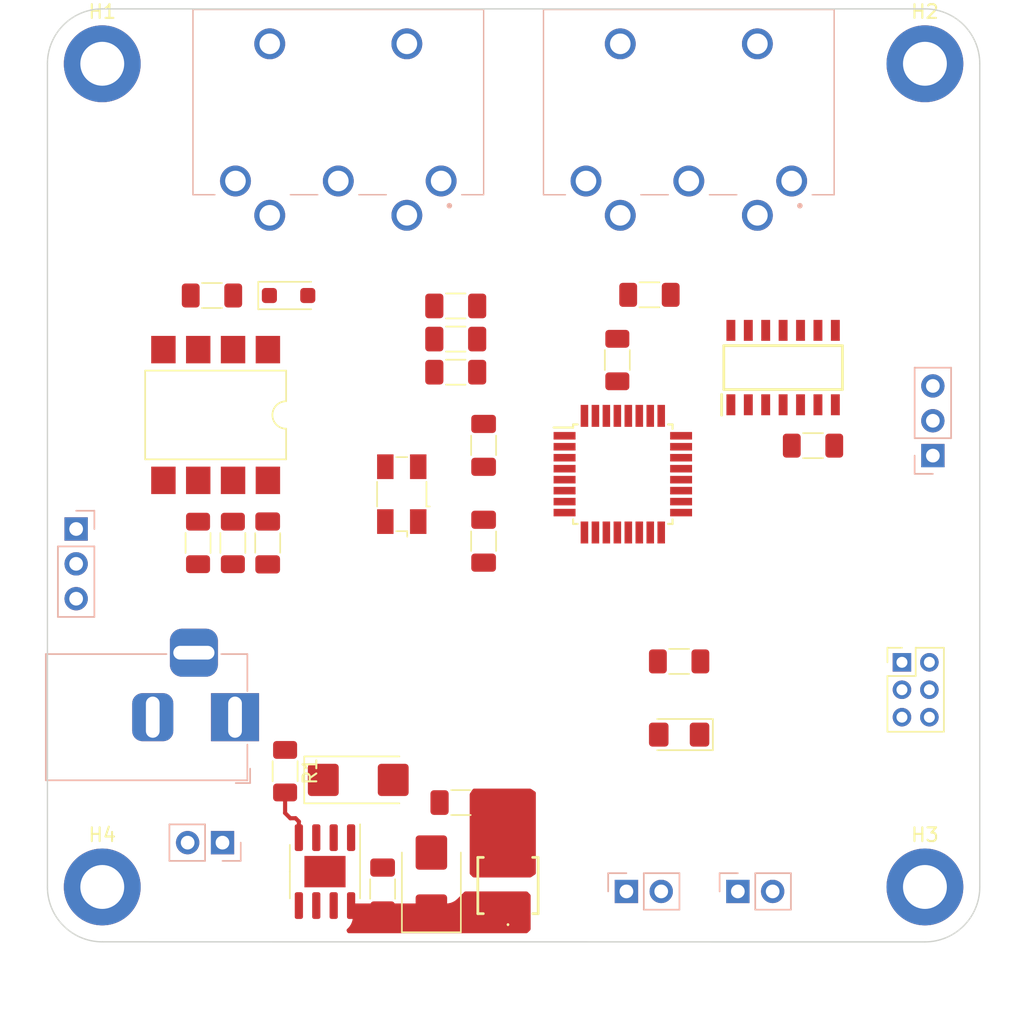
<source format=kicad_pcb>
(kicad_pcb (version 20221018) (generator pcbnew)
  (layers (0 "F.Cu" signal) (31 "B.Cu" signal) (34 "B.Paste" user) (35 "F.Paste" user) (36 "B.SilkS" user "B.Silkscreen") (37 "F.SilkS" user "F.Silkscreen") (38 "B.Mask" user) (39 "F.Mask" user) (44 "Edge.Cuts" user))
  (net 0 "")
  (net 1 "+12V")
  (net 2 "GND")
  (net 3 "/BST")
  (net 4 "/SW")
  (net 5 "+5V")
  (net 6 "/CLOCK OUT")
  (net 7 "/CLOCK IN")
  (net 8 "Net-(D2-K)")
  (net 9 "/Anode")
  (net 10 "/Cathode")
  (net 11 "MIDI IN")
  (net 12 "Net-(IC1-1Y)")
  (net 13 "/MIDI THRU")
  (net 22 "Net-(J2-Pin_1)")
  (net 26 "Net-(J3-Pad4)")
  (net 29 "Net-(J4-Pad4)")
  (net 30 "Net-(J4-Pad5)")
  (net 31 "/SW1 In")
  (net 32 "/SW2 In")
  (net 33 "/Pot In")
  (net 34 "RESET")
  (net 35 "MISO")
  (net 36 "MOSI")
  (net 37 "SCK")
  (net 38 "LED DATA")
  (net 39 "/PGOOD")
  (net 40 "Net-(U2-VO1)")
  (footprint "Package_QFP:TQFP-32_7x7mm_P0.8mm" (layer "F.Cu") (at 153.41 84.904)
    (fp_text reference "U3")
    (fp_text value "ATmega328P-A")
    (fp_line (start -3.625 -3.625) (end -3.625 -3.4) (stroke (width 0.15)) (layer "F.SilkS"))
    (fp_line (start -3.625 -3.625) (end -3.3 -3.625) (stroke (width 0.15)) (layer "F.SilkS"))
    (fp_line (start -3.625 -3.4) (end -5.05 -3.4) (stroke (width 0.15)) (layer "F.SilkS"))
    (fp_line (start -3.625 3.625) (end -3.625 3.3) (stroke (width 0.15)) (layer "F.SilkS"))
    (fp_line (start -3.625 3.625) (end -3.3 3.625) (stroke (width 0.15)) (layer "F.SilkS"))
    (fp_line (start 3.625 -3.625) (end 3.3 -3.625) (stroke (width 0.15)) (layer "F.SilkS"))
    (fp_line (start 3.625 -3.625) (end 3.625 -3.3) (stroke (width 0.15)) (layer "F.SilkS"))
    (fp_line (start 3.625 3.625) (end 3.3 3.625) (stroke (width 0.15)) (layer "F.SilkS"))
    (fp_line (start 3.625 3.625) (end 3.625 3.3) (stroke (width 0.15)) (layer "F.SilkS"))
    (pad "1" smd rect (at -4.25 -2.8) (size 1.6 0.55) (layers "F.Cu" "F.Paste" "F.Mask"))
    (pad "2" smd rect (at -4.25 -2) (size 1.6 0.55) (layers "F.Cu" "F.Paste" "F.Mask"))
    (pad "3" smd rect (at -4.25 -1.2) (size 1.6 0.55) (layers "F.Cu" "F.Paste" "F.Mask") (net 2 "GND"))
    (pad "4" smd rect (at -4.25 -0.4) (size 1.6 0.55) (layers "F.Cu" "F.Paste" "F.Mask") (net 5 "+5V"))
    (pad "5" smd rect (at -4.25 0.4) (size 1.6 0.55) (layers "F.Cu" "F.Paste" "F.Mask") (net 2 "GND"))
    (pad "6" smd rect (at -4.25 1.2) (size 1.6 0.55) (layers "F.Cu" "F.Paste" "F.Mask") (net 5 "+5V"))
    (pad "7" smd rect (at -4.25 2) (size 1.6 0.55) (layers "F.Cu" "F.Paste" "F.Mask") (net 7 "/CLOCK IN"))
    (pad "8" smd rect (at -4.25 2.8) (size 1.6 0.55) (layers "F.Cu" "F.Paste" "F.Mask") (net 6 "/CLOCK OUT"))
    (pad "9" smd rect (at -2.8 4.25 90) (size 1.6 0.55) (layers "F.Cu" "F.Paste" "F.Mask") (net 33 "/Pot In"))
    (pad "10" smd rect (at -2 4.25 90) (size 1.6 0.55) (layers "F.Cu" "F.Paste" "F.Mask") (net 31 "/SW1 In"))
    (pad "11" smd rect (at -1.2 4.25 90) (size 1.6 0.55) (layers "F.Cu" "F.Paste" "F.Mask") (net 32 "/SW2 In"))
    (pad "12" smd rect (at -0.4 4.25 90) (size 1.6 0.55) (layers "F.Cu" "F.Paste" "F.Mask") (net 11 "MIDI IN"))
    (pad "13" smd rect (at 0.4 4.25 90) (size 1.6 0.55) (layers "F.Cu" "F.Paste" "F.Mask") (net 38 "LED DATA"))
    (pad "14" smd rect (at 1.2 4.25 90) (size 1.6 0.55) (layers "F.Cu" "F.Paste" "F.Mask"))
    (pad "15" smd rect (at 2 4.25 90) (size 1.6 0.55) (layers "F.Cu" "F.Paste" "F.Mask") (net 36 "MOSI"))
    (pad "16" smd rect (at 2.8 4.25 90) (size 1.6 0.55) (layers "F.Cu" "F.Paste" "F.Mask") (net 35 "MISO"))
    (pad "17" smd rect (at 4.25 2.8) (size 1.6 0.55) (layers "F.Cu" "F.Paste" "F.Mask") (net 37 "SCK"))
    (pad "18" smd rect (at 4.25 2) (size 1.6 0.55) (layers "F.Cu" "F.Paste" "F.Mask") (net 5 "+5V"))
    (pad "19" smd rect (at 4.25 1.2) (size 1.6 0.55) (layers "F.Cu" "F.Paste" "F.Mask"))
    (pad "20" smd rect (at 4.25 0.4) (size 1.6 0.55) (layers "F.Cu" "F.Paste" "F.Mask"))
    (pad "21" smd rect (at 4.25 -0.4) (size 1.6 0.55) (layers "F.Cu" "F.Paste" "F.Mask") (net 2 "GND"))
    (pad "22" smd rect (at 4.25 -1.2) (size 1.6 0.55) (layers "F.Cu" "F.Paste" "F.Mask"))
    (pad "23" smd rect (at 4.25 -2) (size 1.6 0.55) (layers "F.Cu" "F.Paste" "F.Mask"))
    (pad "24" smd rect (at 4.25 -2.8) (size 1.6 0.55) (layers "F.Cu" "F.Paste" "F.Mask"))
    (pad "25" smd rect (at 2.8 -4.25 90) (size 1.6 0.55) (layers "F.Cu" "F.Paste" "F.Mask"))
    (pad "26" smd rect (at 2 -4.25 90) (size 1.6 0.55) (layers "F.Cu" "F.Paste" "F.Mask"))
    (pad "27" smd rect (at 1.2 -4.25 90) (size 1.6 0.55) (layers "F.Cu" "F.Paste" "F.Mask"))
    (pad "28" smd rect (at 0.4 -4.25 90) (size 1.6 0.55) (layers "F.Cu" "F.Paste" "F.Mask"))
    (pad "29" smd rect (at -0.4 -4.25 90) (size 1.6 0.55) (layers "F.Cu" "F.Paste" "F.Mask") (net 34 "RESET"))
    (pad "30" smd rect (at -1.2 -4.25 90) (size 1.6 0.55) (layers "F.Cu" "F.Paste" "F.Mask"))
    (pad "31" smd rect (at -2 -4.25 90) (size 1.6 0.55) (layers "F.Cu" "F.Paste" "F.Mask"))
    (pad "32" smd rect (at -2.8 -4.25 90) (size 1.6 0.55) (layers "F.Cu" "F.Paste" "F.Mask"))
  )
  (footprint "MountingHole:MountingHole_3.2mm_M3_DIN965_Pad_TopBottom" (layer "F.Cu") (at 175.443 54.991)
    (fp_text reference "H2" (at 0 -3.8) (layer "F.SilkS"))
    (fp_text value "MP2")
    (pad "1" thru_hole circle locked (at 0 0) (size 3.6 3.6) (drill 3.2) (layers "*.Cu" "*.Mask") (net 2 "GND"))
    (pad "1" connect circle locked (at 0 0) (size 5.6 5.6) (layers "F.Cu" "F.Mask") (net 2 "GND"))
    (pad "1" connect circle locked (at 0 0) (size 5.6 5.6) (layers "B.Cu" "B.Mask") (net 2 "GND"))
  )
  (footprint "Capacitor_SMD:C_1206_3216Metric_Pad1.33x1.80mm_HandSolder" (layer "F.Cu") (at 143.256 82.804 -90)
    (fp_text reference "C9")
    (fp_text value "22pF")
    (fp_line (start -0.711252 -0.91) (end 0.711252 -0.91) (stroke (width 0.12)) (layer "F.SilkS"))
    (fp_line (start -0.711252 0.91) (end 0.711252 0.91) (stroke (width 0.12)) (layer "F.SilkS"))
    (pad "1" smd roundrect (at -1.5625 0 270) (size 1.325 1.8) (layers "F.Cu" "F.Paste" "F.Mask") (roundrect_rratio 0.188679) (net 2 "GND"))
    (pad "2" smd roundrect (at 1.5625 0 270) (size 1.325 1.8) (layers "F.Cu" "F.Paste" "F.Mask") (roundrect_rratio 0.188679) (net 7 "/CLOCK IN"))
  )
  (footprint "Bourns-SRP0415:SRP04154R7K" (layer "F.Cu") (at 145.034 114.886 90)
    (fp_text reference "L1")
    (fp_text value "4.7uH" hide)
    (fp_line (start -2.9 0) (end -2.9 0) (stroke (width 0.1)) (layer "F.SilkS"))
    (fp_line (start -2.8 0) (end -2.8 0) (stroke (width 0.1)) (layer "F.SilkS"))
    (fp_line (start -2.05 -2.2) (end 2.05 -2.2) (stroke (width 0.2)) (layer "F.SilkS"))
    (fp_line (start -2.05 -1.8) (end -2.05 -2.2) (stroke (width 0.2)) (layer "F.SilkS"))
    (fp_line (start -2.05 1.8) (end -2.05 2.2) (stroke (width 0.2)) (layer "F.SilkS"))
    (fp_line (start -2.05 2.2) (end 2.05 2.2) (stroke (width 0.2)) (layer "F.SilkS"))
    (fp_line (start 2.05 -2.2) (end 2.05 -1.8) (stroke (width 0.2)) (layer "F.SilkS"))
    (fp_line (start 2.05 2.2) (end 2.05 1.8) (stroke (width 0.2)) (layer "F.SilkS"))
    (fp_arc (start -2.9 0) (mid -2.85 -0.05) (end -2.8 0) (stroke (width 0.1)) (layer "F.SilkS"))
    (fp_arc (start -2.8 0) (mid -2.85 0.05) (end -2.9 0) (stroke (width 0.1)) (layer "F.SilkS"))
    (pad "1" smd rect (at -1.7 0 90) (size 1.4 2.85) (layers "F.Cu" "F.Paste" "F.Mask") (net 4 "/SW"))
    (pad "2" smd rect (at 1.7 0 90) (size 1.4 2.85) (layers "F.Cu" "F.Paste" "F.Mask") (net 5 "+5V"))
  )
  (footprint "LED_SMD:LED_1206_3216Metric_Pad1.42x1.75mm_HandSolder" (layer "F.Cu") (at 157.5165 103.886 180)
    (fp_text reference "D2")
    (fp_text value "PWR_LED")
    (fp_line (start -2.46 -1.135) (end -2.46 1.135) (stroke (width 0.12)) (layer "F.SilkS"))
    (fp_line (start -2.46 1.135) (end 1.6 1.135) (stroke (width 0.12)) (layer "F.SilkS"))
    (fp_line (start 1.6 -1.135) (end -2.46 -1.135) (stroke (width 0.12)) (layer "F.SilkS"))
    (pad "1" smd roundrect (at -1.4875 0 180) (size 1.425 1.75) (layers "F.Cu" "F.Paste" "F.Mask") (roundrect_rratio 0.175439) (net 8 "Net-(D2-K)"))
    (pad "2" smd roundrect (at 1.4875 0 180) (size 1.425 1.75) (layers "F.Cu" "F.Paste" "F.Mask") (roundrect_rratio 0.175439) (net 5 "+5V"))
  )
  (footprint "MountingHole:MountingHole_3.2mm_M3_DIN965_Pad_TopBottom" (layer "F.Cu") (at 115.443 54.991)
    (fp_text reference "H1" (at 0 -3.8) (layer "F.SilkS"))
    (fp_text value "MP1")
    (pad "1" thru_hole circle locked (at 0 0) (size 3.6 3.6) (drill 3.2) (layers "*.Cu" "*.Mask") (net 2 "GND"))
    (pad "1" connect circle locked (at 0 0) (size 5.6 5.6) (layers "F.Cu" "F.Mask") (net 2 "GND"))
    (pad "1" connect circle locked (at 0 0) (size 5.6 5.6) (layers "B.Cu" "B.Mask") (net 2 "GND"))
  )
  (footprint "Capacitor_SMD:C_1206_3216Metric_Pad1.33x1.80mm_HandSolder" (layer "F.Cu") (at 127.508 89.916 90)
    (fp_text reference "C4")
    (fp_text value "0.1uF")
    (fp_line (start -0.711252 -0.91) (end 0.711252 -0.91) (stroke (width 0.12)) (layer "F.SilkS"))
    (fp_line (start -0.711252 0.91) (end 0.711252 0.91) (stroke (width 0.12)) (layer "F.SilkS"))
    (pad "1" smd roundrect (at -1.5625 0 90) (size 1.325 1.8) (layers "F.Cu" "F.Paste" "F.Mask") (roundrect_rratio 0.188679) (net 2 "GND"))
    (pad "2" smd roundrect (at 1.5625 0 90) (size 1.325 1.8) (layers "F.Cu" "F.Paste" "F.Mask") (roundrect_rratio 0.188679) (net 5 "+5V"))
  )
  (footprint "Capacitor_SMD:C_1206_3216Metric_Pad1.33x1.80mm_HandSolder" (layer "F.Cu") (at 141.605 108.839 180)
    (fp_text reference "C3")
    (fp_text value "47uF 6.3V")
    (fp_line (start -0.711252 -0.91) (end 0.711252 -0.91) (stroke (width 0.12)) (layer "F.SilkS"))
    (fp_line (start -0.711252 0.91) (end 0.711252 0.91) (stroke (width 0.12)) (layer "F.SilkS"))
    (pad "1" smd roundrect (at -1.5625 0 180) (size 1.325 1.8) (layers "F.Cu" "F.Paste" "F.Mask") (roundrect_rratio 0.188679) (net 5 "+5V"))
    (pad "2" smd roundrect (at 1.5625 0 180) (size 1.325 1.8) (layers "F.Cu" "F.Paste" "F.Mask") (roundrect_rratio 0.188679) (net 2 "GND"))
  )
  (footprint "Capacitor_SMD:C_1206_3216Metric_Pad1.33x1.80mm_HandSolder" (layer "F.Cu") (at 141.224 77.47 180)
    (fp_text reference "C5")
    (fp_text value "10uF")
    (fp_line (start -0.711252 -0.91) (end 0.711252 -0.91) (stroke (width 0.12)) (layer "F.SilkS"))
    (fp_line (start -0.711252 0.91) (end 0.711252 0.91) (stroke (width 0.12)) (layer "F.SilkS"))
    (pad "1" smd roundrect (at -1.5625 0 180) (size 1.325 1.8) (layers "F.Cu" "F.Paste" "F.Mask") (roundrect_rratio 0.188679) (net 5 "+5V"))
    (pad "2" smd roundrect (at 1.5625 0 180) (size 1.325 1.8) (layers "F.Cu" "F.Paste" "F.Mask") (roundrect_rratio 0.188679) (net 2 "GND"))
  )
  (footprint "Resistor_SMD:R_1206_3216Metric_Pad1.30x1.75mm_HandSolder" (layer "F.Cu") (at 153.009043 76.586146 -90)
    (fp_text reference "R8")
    (fp_text value "10K")
    (fp_line (start -0.727064 -0.91) (end 0.727064 -0.91) (stroke (width 0.12)) (layer "F.SilkS"))
    (fp_line (start -0.727064 0.91) (end 0.727064 0.91) (stroke (width 0.12)) (layer "F.SilkS"))
    (pad "1" smd roundrect (at -1.55 0 270) (size 1.3 1.75) (layers "F.Cu" "F.Paste" "F.Mask") (roundrect_rratio 0.192308) (net 5 "+5V"))
    (pad "2" smd roundrect (at 1.55 0 270) (size 1.3 1.75) (layers "F.Cu" "F.Paste" "F.Mask") (roundrect_rratio 0.192308) (net 34 "RESET"))
  )
  (footprint "Resistor_SMD:R_1206_3216Metric_Pad1.30x1.75mm_HandSolder" (layer "F.Cu") (at 157.5165 98.552 180)
    (fp_text reference "R2")
    (fp_text value "100R")
    (fp_line (start -0.727064 -0.91) (end 0.727064 -0.91) (stroke (width 0.12)) (layer "F.SilkS"))
    (fp_line (start -0.727064 0.91) (end 0.727064 0.91) (stroke (width 0.12)) (layer "F.SilkS"))
    (pad "1" smd roundrect (at -1.55 0 180) (size 1.3 1.75) (layers "F.Cu" "F.Paste" "F.Mask") (roundrect_rratio 0.192308) (net 8 "Net-(D2-K)"))
    (pad "2" smd roundrect (at 1.55 0 180) (size 1.3 1.75) (layers "F.Cu" "F.Paste" "F.Mask") (roundrect_rratio 0.192308) (net 2 "GND"))
  )
  (footprint "Resistor_SMD:R_1206_3216Metric_Pad1.30x1.75mm_HandSolder" (layer "F.Cu") (at 167.281315 82.824642)
    (fp_text reference "R7")
    (fp_text value "220R")
    (fp_line (start -0.727064 -0.91) (end 0.727064 -0.91) (stroke (width 0.12)) (layer "F.SilkS"))
    (fp_line (start -0.727064 0.91) (end 0.727064 0.91) (stroke (width 0.12)) (layer "F.SilkS"))
    (pad "1" smd roundrect (at -1.55 0) (size 1.3 1.75) (layers "F.Cu" "F.Paste" "F.Mask") (roundrect_rratio 0.192308) (net 13 "/MIDI THRU"))
    (pad "2" smd roundrect (at 1.55 0) (size 1.3 1.75) (layers "F.Cu" "F.Paste" "F.Mask") (roundrect_rratio 0.192308) (net 30 "Net-(J4-Pad5)"))
  )
  (footprint "Resistor_SMD:R_1206_3216Metric_Pad1.30x1.75mm_HandSolder" (layer "F.Cu") (at 123.444 71.882 180)
    (fp_text reference "R3")
    (fp_text value "220R")
    (fp_line (start -0.727064 -0.91) (end 0.727064 -0.91) (stroke (width 0.12)) (layer "F.SilkS"))
    (fp_line (start -0.727064 0.91) (end 0.727064 0.91) (stroke (width 0.12)) (layer "F.SilkS"))
    (pad "1" smd roundrect (at -1.55 0 180) (size 1.3 1.75) (layers "F.Cu" "F.Paste" "F.Mask") (roundrect_rratio 0.192308) (net 9 "/Anode"))
    (pad "2" smd roundrect (at 1.55 0 180) (size 1.3 1.75) (layers "F.Cu" "F.Paste" "F.Mask") (roundrect_rratio 0.192308) (net 26 "Net-(J3-Pad4)"))
  )
  (footprint "Crystal:Crystal_SMD_Abracon_ABM3B-4Pin_5.0x3.2mm" (layer "F.Cu") (at 137.287 86.36 90)
    (fp_text reference "Y1")
    (fp_text value "16Mhz")
    (fp_line (start -3.1 0.4) (end -2.7 0.4) (stroke (width 0.12)) (layer "F.SilkS"))
    (fp_line (start -2.7 0.4) (end -2.7 -0.4) (stroke (width 0.12)) (layer "F.SilkS"))
    (fp_line (start -0.9 -1.8) (end 0.9 -1.8) (stroke (width 0.12)) (layer "F.SilkS"))
    (fp_line (start -0.9 1.8) (end -0.9 2.04) (stroke (width 0.12)) (layer "F.SilkS"))
    (fp_line (start 0.9 1.8) (end -0.9 1.8) (stroke (width 0.12)) (layer "F.SilkS"))
    (fp_line (start 2.7 -0.4) (end 2.7 0.4) (stroke (width 0.12)) (layer "F.SilkS"))
    (pad "1" smd rect (at -2 1.2 90) (size 1.8 1.2) (layers "F.Cu" "F.Paste" "F.Mask") (net 6 "/CLOCK OUT"))
    (pad "2" smd rect (at 2 1.2 90) (size 1.8 1.2) (layers "F.Cu" "F.Paste" "F.Mask") (net 2 "GND"))
    (pad "3" smd rect (at 2 -1.2 90) (size 1.8 1.2) (layers "F.Cu" "F.Paste" "F.Mask") (net 7 "/CLOCK IN"))
    (pad "4" smd rect (at -2 -1.2 90) (size 1.8 1.2) (layers "F.Cu" "F.Paste" "F.Mask") (net 2 "GND"))
  )
  (footprint "Resistor_SMD:R_1206_3216Metric_Pad1.30x1.75mm_HandSolder" (layer "F.Cu") (at 128.778 106.553 -90)
    (fp_text reference "R1" (at 0 -1.82 90) (layer "F.SilkS"))
    (fp_text value "100k")
    (fp_line (start -0.727064 -0.91) (end 0.727064 -0.91) (stroke (width 0.12)) (layer "F.SilkS"))
    (fp_line (start -0.727064 0.91) (end 0.727064 0.91) (stroke (width 0.12)) (layer "F.SilkS"))
    (pad "1" smd roundrect (at -1.55 0 270) (size 1.3 1.75) (layers "F.Cu" "F.Paste" "F.Mask") (roundrect_rratio 0.192308) (net 1 "+12V"))
    (pad "2" smd roundrect (at 1.55 0 270) (size 1.3 1.75) (layers "F.Cu" "F.Paste" "F.Mask") (roundrect_rratio 0.192308) (net 39 "/PGOOD"))
  )
  (footprint "Logic gates:SOIC127P600X175-14N" (layer "F.Cu") (at 165.1 77.134 90)
    (fp_text reference "IC1")
    (fp_text value "SN74HCT04DR" hide)
    (fp_line (start -3.475 -4.485) (end -1.95 -4.485) (stroke (width 0.2)) (layer "F.SilkS"))
    (fp_line (start -1.6 -4.325) (end 1.6 -4.325) (stroke (width 0.2)) (layer "F.SilkS"))
    (fp_line (start -1.6 4.325) (end -1.6 -4.325) (stroke (width 0.2)) (layer "F.SilkS"))
    (fp_line (start 1.6 -4.325) (end 1.6 4.325) (stroke (width 0.2)) (layer "F.SilkS"))
    (fp_line (start 1.6 4.325) (end -1.6 4.325) (stroke (width 0.2)) (layer "F.SilkS"))
    (pad "1" smd rect (at -2.712 -3.81 180) (size 0.65 1.525) (layers "F.Cu" "F.Paste" "F.Mask") (net 11 "MIDI IN"))
    (pad "2" smd rect (at -2.712 -2.54 180) (size 0.65 1.525) (layers "F.Cu" "F.Paste" "F.Mask") (net 12 "Net-(IC1-1Y)"))
    (pad "3" smd rect (at -2.712 -1.27 180) (size 0.65 1.525) (layers "F.Cu" "F.Paste" "F.Mask") (net 12 "Net-(IC1-1Y)"))
    (pad "4" smd rect (at -2.712 0 180) (size 0.65 1.525) (layers "F.Cu" "F.Paste" "F.Mask") (net 13 "/MIDI THRU"))
    (pad "5" smd rect (at -2.712 1.27 180) (size 0.65 1.525) (layers "F.Cu" "F.Paste" "F.Mask"))
    (pad "6" smd rect (at -2.712 2.54 180) (size 0.65 1.525) (layers "F.Cu" "F.Paste" "F.Mask"))
    (pad "7" smd rect (at -2.712 3.81 180) (size 0.65 1.525) (layers "F.Cu" "F.Paste" "F.Mask") (net 2 "GND"))
    (pad "8" smd rect (at 2.712 3.81 180) (size 0.65 1.525) (layers "F.Cu" "F.Paste" "F.Mask"))
    (pad "9" smd rect (at 2.712 2.54 180) (size 0.65 1.525) (layers "F.Cu" "F.Paste" "F.Mask"))
    (pad "10" smd rect (at 2.712 1.27 180) (size 0.65 1.525) (layers "F.Cu" "F.Paste" "F.Mask"))
    (pad "11" smd rect (at 2.712 0 180) (size 0.65 1.525) (layers "F.Cu" "F.Paste" "F.Mask"))
    (pad "12" smd rect (at 2.712 -1.27 180) (size 0.65 1.525) (layers "F.Cu" "F.Paste" "F.Mask"))
    (pad "13" smd rect (at 2.712 -2.54 180) (size 0.65 1.525) (layers "F.Cu" "F.Paste" "F.Mask"))
    (pad "14" smd rect (at 2.712 -3.81 180) (size 0.65 1.525) (layers "F.Cu" "F.Paste" "F.Mask") (net 5 "+5V"))
  )
  (footprint "Connector_PinHeader_2.00mm:PinHeader_2x03_P2.00mm_Vertical" (layer "F.Cu") (at 173.768 98.616)
    (fp_text reference "J8")
    (fp_text value "ISP")
    (fp_line (start -1.06 -1.06) (end 0 -1.06) (stroke (width 0.12)) (layer "F.SilkS"))
    (fp_line (start -1.06 0) (end -1.06 -1.06) (stroke (width 0.12)) (layer "F.SilkS"))
    (fp_line (start -1.06 1) (end -1.06 5.06) (stroke (width 0.12)) (layer "F.SilkS"))
    (fp_line (start -1.06 1) (end 1 1) (stroke (width 0.12)) (layer "F.SilkS"))
    (fp_line (start -1.06 5.06) (end 3.06 5.06) (stroke (width 0.12)) (layer "F.SilkS"))
    (fp_line (start 1 -1.06) (end 3.06 -1.06) (stroke (width 0.12)) (layer "F.SilkS"))
    (fp_line (start 1 1) (end 1 -1.06) (stroke (width 0.12)) (layer "F.SilkS"))
    (fp_line (start 3.06 -1.06) (end 3.06 5.06) (stroke (width 0.12)) (layer "F.SilkS"))
    (pad "1" thru_hole rect (at 0 0) (size 1.35 1.35) (drill 0.8) (layers "*.Cu" "*.Mask") (net 5 "+5V"))
    (pad "2" thru_hole oval (at 2 0) (size 1.35 1.35) (drill 0.8) (layers "*.Cu" "*.Mask") (net 2 "GND"))
    (pad "3" thru_hole oval (at 0 2) (size 1.35 1.35) (drill 0.8) (layers "*.Cu" "*.Mask") (net 34 "RESET"))
    (pad "4" thru_hole oval (at 2 2) (size 1.35 1.35) (drill 0.8) (layers "*.Cu" "*.Mask") (net 35 "MISO"))
    (pad "5" thru_hole oval (at 0 4) (size 1.35 1.35) (drill 0.8) (layers "*.Cu" "*.Mask") (net 36 "MOSI"))
    (pad "6" thru_hole oval (at 2 4) (size 1.35 1.35) (drill 0.8) (layers "*.Cu" "*.Mask") (net 37 "SCK"))
  )
  (footprint "Capacitor_Tantalum_SMD:CP_EIA-6032-28_Kemet-C_Pad2.25x2.35mm_HandSolder" (layer "F.Cu") (at 134.112 107.188)
    (fp_text reference "C1")
    (fp_text value "10uF 25V")
    (fp_line (start -3.935 -1.71) (end -3.935 1.71) (stroke (width 0.12)) (layer "F.SilkS"))
    (fp_line (start -3.935 1.71) (end 3 1.71) (stroke (width 0.12)) (layer "F.SilkS"))
    (fp_line (start 3 -1.71) (end -3.935 -1.71) (stroke (width 0.12)) (layer "F.SilkS"))
    (pad "1" smd roundrect (at -2.55 0) (size 2.25 2.35) (layers "F.Cu" "F.Paste" "F.Mask") (roundrect_rratio 0.111111) (net 1 "+12V"))
    (pad "2" smd roundrect (at 2.55 0) (size 2.25 2.35) (layers "F.Cu" "F.Paste" "F.Mask") (roundrect_rratio 0.111111) (net 2 "GND"))
  )
  (footprint "MountingHole:MountingHole_3.2mm_M3_DIN965_Pad_TopBottom" (layer "F.Cu") (at 175.443 114.991)
    (fp_text reference "H3" (at 0 -3.8) (layer "F.SilkS"))
    (fp_text value "MP3")
    (pad "1" thru_hole circle locked (at 0 0) (size 3.6 3.6) (drill 3.2) (layers "*.Cu" "*.Mask") (net 2 "GND"))
    (pad "1" connect circle locked (at 0 0) (size 5.6 5.6) (layers "F.Cu" "F.Mask") (net 2 "GND"))
    (pad "1" connect circle locked (at 0 0) (size 5.6 5.6) (layers "B.Cu" "B.Mask") (net 2 "GND"))
  )
  (footprint "Resistor_SMD:R_1206_3216Metric_Pad1.30x1.75mm_HandSolder" (layer "F.Cu") (at 155.35 71.8312 180)
    (fp_text reference "R6")
    (fp_text value "220R")
    (fp_line (start -0.727064 -0.91) (end 0.727064 -0.91) (stroke (width 0.12)) (layer "F.SilkS"))
    (fp_line (start -0.727064 0.91) (end 0.727064 0.91) (stroke (width 0.12)) (layer "F.SilkS"))
    (pad "1" smd roundrect (at -1.55 0 180) (size 1.3 1.75) (layers "F.Cu" "F.Paste" "F.Mask") (roundrect_rratio 0.192308) (net 5 "+5V"))
    (pad "2" smd roundrect (at 1.55 0 180) (size 1.3 1.75) (layers "F.Cu" "F.Paste" "F.Mask") (roundrect_rratio 0.192308) (net 29 "Net-(J4-Pad4)"))
  )
  (footprint "Capacitor_SMD:C_1206_3216Metric_Pad1.33x1.80mm_HandSolder" (layer "F.Cu") (at 135.89 115.14 -90)
    (fp_text reference "C2")
    (fp_text value "0.1uF")
    (fp_line (start -0.711252 -0.91) (end 0.711252 -0.91) (stroke (width 0.12)) (layer "F.SilkS"))
    (fp_line (start -0.711252 0.91) (end 0.711252 0.91) (stroke (width 0.12)) (layer "F.SilkS"))
    (pad "1" smd roundrect (at -1.5625 0 270) (size 1.325 1.8) (layers "F.Cu" "F.Paste" "F.Mask") (roundrect_rratio 0.188679) (net 3 "/BST"))
    (pad "2" smd roundrect (at 1.5625 0 270) (size 1.325 1.8) (layers "F.Cu" "F.Paste" "F.Mask") (roundrect_rratio 0.188679) (net 4 "/SW"))
  )
  (footprint "Diode_SMD:D_SMB" (layer "F.Cu") (at 139.446 114.632 90)
    (fp_text reference "D1")
    (fp_text value "SSB43L")
    (fp_line (start -3.66 -2.15) (end -3.66 2.15) (stroke (width 0.12)) (layer "F.SilkS"))
    (fp_line (start -3.66 -2.15) (end 2.15 -2.15) (stroke (width 0.12)) (layer "F.SilkS"))
    (fp_line (start -3.66 2.15) (end 2.15 2.15) (stroke (width 0.12)) (layer "F.SilkS"))
    (pad "1" smd roundrect (at -2.15 0 90) (size 2.5 2.3) (layers "F.Cu" "F.Paste" "F.Mask") (roundrect_rratio 0.1086956522) (net 4 "/SW"))
    (pad "2" smd roundrect (at 2.15 0 90) (size 2.5 2.3) (layers "F.Cu" "F.Paste" "F.Mask") (roundrect_rratio 0.1086956522) (net 2 "GND"))
  )
  (footprint "Package_DIP:SMDIP-8_W9.53mm" (layer "F.Cu") (at 123.712 80.5895 -90)
    (fp_text reference "U2")
    (fp_text value "6N138 Optocoupler")
    (fp_line (start -3.235 -5.14) (end -3.235 5.14) (stroke (width 0.12)) (layer "F.SilkS"))
    (fp_line (start -3.235 5.14) (end 3.235 5.14) (stroke (width 0.12)) (layer "F.SilkS"))
    (fp_line (start -1 -5.14) (end -3.235 -5.14) (stroke (width 0.12)) (layer "F.SilkS"))
    (fp_line (start 3.235 -5.14) (end 1 -5.14) (stroke (width 0.12)) (layer "F.SilkS"))
    (fp_line (start 3.235 5.14) (end 3.235 -5.14) (stroke (width 0.12)) (layer "F.SilkS"))
    (fp_arc (start 1 -5.14) (mid 0 -4.14) (end -1 -5.14) (stroke (width 0.12)) (layer "F.SilkS"))
    (pad "1" smd rect (at -4.765 -3.81 270) (size 2 1.78) (layers "F.Cu" "F.Paste" "F.Mask"))
    (pad "2" smd rect (at -4.765 -1.27 270) (size 2 1.78) (layers "F.Cu" "F.Paste" "F.Mask") (net 9 "/Anode"))
    (pad "3" smd rect (at -4.765 1.27 270) (size 2 1.78) (layers "F.Cu" "F.Paste" "F.Mask") (net 10 "/Cathode"))
    (pad "4" smd rect (at -4.765 3.81 270) (size 2 1.78) (layers "F.Cu" "F.Paste" "F.Mask"))
    (pad "5" smd rect (at 4.765 3.81 270) (size 2 1.78) (layers "F.Cu" "F.Paste" "F.Mask") (net 2 "GND"))
    (pad "6" smd rect (at 4.765 1.27 270) (size 2 1.78) (layers "F.Cu" "F.Paste" "F.Mask") (net 11 "MIDI IN"))
    (pad "7" smd rect (at 4.765 -1.27 270) (size 2 1.78) (layers "F.Cu" "F.Paste" "F.Mask") (net 40 "Net-(U2-VO1)"))
    (pad "8" smd rect (at 4.765 -3.81 270) (size 2 1.78) (layers "F.Cu" "F.Paste" "F.Mask") (net 5 "+5V"))
  )
  (footprint "Resistor_SMD:R_1206_3216Metric_Pad1.30x1.75mm_HandSolder" (layer "F.Cu") (at 124.968 89.916 -90)
    (fp_text reference "R4")
    (fp_text value "4.7k")
    (fp_line (start -0.727064 -0.91) (end 0.727064 -0.91) (stroke (width 0.12)) (layer "F.SilkS"))
    (fp_line (start -0.727064 0.91) (end 0.727064 0.91) (stroke (width 0.12)) (layer "F.SilkS"))
    (pad "1" smd roundrect (at -1.55 0 270) (size 1.3 1.75) (layers "F.Cu" "F.Paste" "F.Mask") (roundrect_rratio 0.192308) (net 40 "Net-(U2-VO1)"))
    (pad "2" smd roundrect (at 1.55 0 270) (size 1.3 1.75) (layers "F.Cu" "F.Paste" "F.Mask") (roundrect_rratio 0.192308) (net 2 "GND"))
  )
  (footprint "Capacitor_SMD:C_1206_3216Metric_Pad1.33x1.80mm_HandSolder" (layer "F.Cu") (at 143.256 89.789 -90)
    (fp_text reference "C8")
    (fp_text value "22pF")
    (fp_line (start -0.711252 -0.91) (end 0.711252 -0.91) (stroke (width 0.12)) (layer "F.SilkS"))
    (fp_line (start -0.711252 0.91) (end 0.711252 0.91) (stroke (width 0.12)) (layer "F.SilkS"))
    (pad "1" smd roundrect (at -1.5625 0 270) (size 1.325 1.8) (layers "F.Cu" "F.Paste" "F.Mask") (roundrect_rratio 0.188679) (net 6 "/CLOCK OUT"))
    (pad "2" smd roundrect (at 1.5625 0 270) (size 1.325 1.8) (layers "F.Cu" "F.Paste" "F.Mask") (roundrect_rratio 0.188679) (net 2 "GND"))
  )
  (footprint "MountingHole:MountingHole_3.2mm_M3_DIN965_Pad_TopBottom" (layer "F.Cu") (at 115.443 114.991)
    (fp_text reference "H4" (at 0 -3.8) (layer "F.SilkS"))
    (fp_text value "MP4")
    (pad "1" thru_hole circle locked (at 0 0) (size 3.6 3.6) (drill 3.2) (layers "*.Cu" "*.Mask") (net 2 "GND"))
    (pad "1" connect circle locked (at 0 0) (size 5.6 5.6) (layers "F.Cu" "F.Mask") (net 2 "GND"))
    (pad "1" connect circle locked (at 0 0) (size 5.6 5.6) (layers "B.Cu" "B.Mask") (net 2 "GND"))
  )
  (footprint "Capacitor_SMD:C_1206_3216Metric_Pad1.33x1.80mm_HandSolder" (layer "F.Cu") (at 141.224 75.057 180)
    (fp_text reference "C6")
    (fp_text value "1uF")
    (fp_line (start -0.711252 -0.91) (end 0.711252 -0.91) (stroke (width 0.12)) (layer "F.SilkS"))
    (fp_line (start -0.711252 0.91) (end 0.711252 0.91) (stroke (width 0.12)) (layer "F.SilkS"))
    (pad "1" smd roundrect (at -1.5625 0 180) (size 1.325 1.8) (layers "F.Cu" "F.Paste" "F.Mask") (roundrect_rratio 0.188679) (net 5 "+5V"))
    (pad "2" smd roundrect (at 1.5625 0 180) (size 1.325 1.8) (layers "F.Cu" "F.Paste" "F.Mask") (roundrect_rratio 0.188679) (net 2 "GND"))
  )
  (footprint "Resistor_SMD:R_1206_3216Metric_Pad1.30x1.75mm_HandSolder" (layer "F.Cu") (at 122.428 89.916 90)
    (fp_text reference "R5")
    (fp_text value "220R")
    (fp_line (start -0.727064 -0.91) (end 0.727064 -0.91) (stroke (width 0.12)) (layer "F.SilkS"))
    (fp_line (start -0.727064 0.91) (end 0.727064 0.91) (stroke (width 0.12)) (layer "F.SilkS"))
    (pad "1" smd roundrect (at -1.55 0 90) (size 1.3 1.75) (layers "F.Cu" "F.Paste" "F.Mask") (roundrect_rratio 0.192308) (net 5 "+5V"))
    (pad "2" smd roundrect (at 1.55 0 90) (size 1.3 1.75) (layers "F.Cu" "F.Paste" "F.Mask") (roundrect_rratio 0.192308) (net 11 "MIDI IN"))
  )
  (footprint "Package_SO:SOIC-8-1EP_3.9x4.9mm_P1.27mm_EP2.29x3mm" (layer "F.Cu") (at 131.686188 113.873021 -90)
    (fp_text reference "U1")
    (fp_text value "Convertor ADP2303ARDZ-5.0")
    (fp_line (start 0 -2.56) (end -3.45 -2.56) (stroke (width 0.12)) (layer "F.SilkS"))
    (fp_line (start 0 -2.56) (end 1.95 -2.56) (stroke (width 0.12)) (layer "F.SilkS"))
    (fp_line (start 0 2.56) (end -1.95 2.56) (stroke (width 0.12)) (layer "F.SilkS"))
    (fp_line (start 0 2.56) (end 1.95 2.56) (stroke (width 0.12)) (layer "F.SilkS"))
    (pad "1" smd roundrect (at -2.475 -1.905 270) (size 1.95 0.6) (layers "F.Cu" "F.Paste" "F.Mask") (net 3 "/BST"))
    (pad "2" smd roundrect (at -2.475 -0.635 270) (size 1.95 0.6) (layers "F.Cu" "F.Paste" "F.Mask") (net 1 "+12V"))
    (pad "3" smd roundrect (at -2.475 0.635 270) (size 1.95 0.6) (layers "F.Cu" "F.Paste" "F.Mask") (net 1 "+12V"))
    (pad "4" smd roundrect (at -2.475 1.905 270) (size 1.95 0.6) (layers "F.Cu" "F.Paste" "F.Mask") (net 39 "/PGOOD"))
    (pad "5" smd roundrect (at 2.475 1.905 270) (size 1.95 0.6) (layers "F.Cu" "F.Paste" "F.Mask") (net 5 "+5V"))
    (pad "6" smd roundrect (at 2.475 0.635 270) (size 1.95 0.6) (layers "F.Cu" "F.Paste" "F.Mask"))
    (pad "7" smd roundrect (at 2.475 -0.635 270) (size 1.95 0.6) (layers "F.Cu" "F.Paste" "F.Mask") (net 2 "GND"))
    (pad "8" smd roundrect (at 2.475 -1.905 270) (size 1.95 0.6) (layers "F.Cu" "F.Paste" "F.Mask") (net 4 "/SW"))
    (pad "9" smd rect (at 0 0 270) (size 2.29 3) (layers "F.Cu" "F.Mask") (net 2 "GND"))
  )
  (footprint "Capacitor_SMD:C_1206_3216Metric_Pad1.33x1.80mm_HandSolder" (layer "F.Cu") (at 141.224 72.644 180)
    (fp_text reference "C7")
    (fp_text value "1uF")
    (fp_line (start -0.711252 -0.91) (end 0.711252 -0.91) (stroke (width 0.12)) (layer "F.SilkS"))
    (fp_line (start -0.711252 0.91) (end 0.711252 0.91) (stroke (width 0.12)) (layer "F.SilkS"))
    (pad "1" smd roundrect (at -1.5625 0 180) (size 1.325 1.8) (layers "F.Cu" "F.Paste" "F.Mask") (roundrect_rratio 0.188679) (net 5 "+5V"))
    (pad "2" smd roundrect (at 1.5625 0 180) (size 1.325 1.8) (layers "F.Cu" "F.Paste" "F.Mask") (roundrect_rratio 0.188679) (net 2 "GND"))
  )
  (footprint "Diode_SMD:D_SOD-123F" (layer "F.Cu") (at 129.032 71.882)
    (fp_text reference "D3")
    (fp_text value "1N914")
    (fp_line (start -2.21 -1) (end -2.21 1) (stroke (width 0.12)) (layer "F.SilkS"))
    (fp_line (start -2.21 -1) (end 1.65 -1) (stroke (width 0.12)) (layer "F.SilkS"))
    (fp_line (start -2.21 1) (end 1.65 1) (stroke (width 0.12)) (layer "F.SilkS"))
    (pad "1" smd roundrect (at -1.4 0) (size 1.1 1.1) (layers "F.Cu" "F.Paste" "F.Mask") (roundrect_rratio 0.2272727273) (net 9 "/Anode"))
    (pad "2" smd roundrect (at 1.4 0) (size 1.1 1.1) (layers "F.Cu" "F.Paste" "F.Mask") (roundrect_rratio 0.2272727273) (net 10 "/Cathode"))
  )
  (footprint "Connector_PinHeader_2.54mm:PinHeader_1x02_P2.54mm_Vertical" (layer "B.Cu") (at 124.211 111.76 90)
    (fp_text reference "J2")
    (fp_text value locked "PWR connector")
    (fp_line (start -1.33 -3.87) (end 1.33 -3.87) (stroke (width 0.12)) (layer "B.SilkS"))
    (fp_line (start -1.33 -1.27) (end -1.33 -3.87) (stroke (width 0.12)) (layer "B.SilkS"))
    (fp_line (start -1.33 -1.27) (end 1.33 -1.27) (stroke (width 0.12)) (layer "B.SilkS"))
    (fp_line (start -1.33 0) (end -1.33 1.33) (stroke (width 0.12)) (layer "B.SilkS"))
    (fp_line (start -1.33 1.33) (end 0 1.33) (stroke (width 0.12)) (layer "B.SilkS"))
    (fp_line (start 1.33 -1.27) (end 1.33 -3.87) (stroke (width 0.12)) (layer "B.SilkS"))
    (pad "1" thru_hole rect (at 0 0 90) (size 1.7 1.7) (drill 1) (layers "*.Cu" "*.Mask") (net 22 "Net-(J2-Pin_1)"))
    (pad "2" thru_hole oval (at 0 -2.54 90) (size 1.7 1.7) (drill 1) (layers "*.Cu" "*.Mask") (net 1 "+12V"))
  )
  (footprint "MIDI jack:MIDI 5 pin jack" (layer "B.Cu") (at 140.158201 63.535207)
    (fp_text reference "J3")
    (fp_text value "MIDI Input" hide)
    (fp_line (start -18.1 -12.5) (end -18.1 1) (stroke (width 0.1)) (layer "B.SilkS"))
    (fp_line (start -18.1 1) (end -16.5 1) (stroke (width 0.1)) (layer "B.SilkS"))
    (fp_line (start -9 1) (end -11 1) (stroke (width 0.1)) (layer "B.SilkS"))
    (fp_line (start -6 1) (end -4 1) (stroke (width 0.1)) (layer "B.SilkS"))
    (fp_line (start 0.6 1.7) (end 0.6 1.7) (stroke (width 0.2)) (layer "B.SilkS"))
    (fp_line (start 0.6 1.9) (end 0.6 1.9) (stroke (width 0.2)) (layer "B.SilkS"))
    (fp_line (start 1.5 1) (end 3.1 1) (stroke (width 0.1)) (layer "B.SilkS"))
    (fp_line (start 3.1 -12.5) (end -18.1 -12.5) (stroke (width 0.1)) (layer "B.SilkS"))
    (fp_line (start 3.1 1) (end 3.1 -12.5) (stroke (width 0.1)) (layer "B.SilkS"))
    (fp_arc (start 0.6 1.7) (mid 0.7 1.8) (end 0.6 1.9) (stroke (width 0.2)) (layer "B.SilkS"))
    (fp_arc (start 0.6 1.9) (mid 0.5 1.8) (end 0.6 1.7) (stroke (width 0.2)) (layer "B.SilkS"))
    (pad "1" thru_hole circle (at 0 0) (size 2.25 2.25) (drill 1.5) (layers "*.Cu" "*.Mask"))
    (pad "2" thru_hole circle (at -7.5 0) (size 2.25 2.25) (drill 1.5) (layers "*.Cu" "*.Mask"))
    (pad "3" thru_hole circle (at -15 0) (size 2.25 2.25) (drill 1.5) (layers "*.Cu" "*.Mask"))
    (pad "4" thru_hole circle (at -2.5 2.5) (size 2.25 2.25) (drill 1.5) (layers "*.Cu" "*.Mask") (net 26 "Net-(J3-Pad4)"))
    (pad "5" thru_hole circle (at -12.5 2.5) (size 2.25 2.25) (drill 1.5) (layers "*.Cu" "*.Mask") (net 10 "/Cathode"))
    (pad "E1" thru_hole circle (at -2.5 -10) (size 2.25 2.25) (drill 1.5) (layers "*.Cu" "*.Mask"))
    (pad "E2" thru_hole circle (at -12.5 -10) (size 2.25 2.25) (drill 1.5) (layers "*.Cu" "*.Mask"))
  )
  (footprint "Connector_PinHeader_2.54mm:PinHeader_1x03_P2.54mm_Vertical" (layer "B.Cu") (at 176.022 83.551)
    (fp_text reference "J7")
    (fp_text value "Potentiometer ")
    (fp_line (start -1.33 -6.41) (end 1.33 -6.41) (stroke (width 0.12)) (layer "B.SilkS"))
    (fp_line (start -1.33 -1.27) (end -1.33 -6.41) (stroke (width 0.12)) (layer "B.SilkS"))
    (fp_line (start -1.33 -1.27) (end 1.33 -1.27) (stroke (width 0.12)) (layer "B.SilkS"))
    (fp_line (start -1.33 0) (end -1.33 1.33) (stroke (width 0.12)) (layer "B.SilkS"))
    (fp_line (start -1.33 1.33) (end 0 1.33) (stroke (width 0.12)) (layer "B.SilkS"))
    (fp_line (start 1.33 -1.27) (end 1.33 -6.41) (stroke (width 0.12)) (layer "B.SilkS"))
    (pad "1" thru_hole rect (at 0 0) (size 1.7 1.7) (drill 1) (layers "*.Cu" "*.Mask") (net 5 "+5V"))
    (pad "2" thru_hole oval (at 0 -2.54) (size 1.7 1.7) (drill 1) (layers "*.Cu" "*.Mask") (net 33 "/Pot In"))
    (pad "3" thru_hole oval (at 0 -5.08) (size 1.7 1.7) (drill 1) (layers "*.Cu" "*.Mask") (net 2 "GND"))
  )
  (footprint "Connector_PinHeader_2.54mm:PinHeader_1x02_P2.54mm_Vertical" (layer "B.Cu") (at 153.67 115.316 -90)
    (fp_text reference "J6")
    (fp_text value "Switch  2")
    (fp_line (start -1.33 -3.87) (end 1.33 -3.87) (stroke (width 0.12)) (layer "B.SilkS"))
    (fp_line (start -1.33 -1.27) (end -1.33 -3.87) (stroke (width 0.12)) (layer "B.SilkS"))
    (fp_line (start -1.33 -1.27) (end 1.33 -1.27) (stroke (width 0.12)) (layer "B.SilkS"))
    (fp_line (start -1.33 0) (end -1.33 1.33) (stroke (width 0.12)) (layer "B.SilkS"))
    (fp_line (start -1.33 1.33) (end 0 1.33) (stroke (width 0.12)) (layer "B.SilkS"))
    (fp_line (start 1.33 -1.27) (end 1.33 -3.87) (stroke (width 0.12)) (layer "B.SilkS"))
    (pad "1" thru_hole rect (at 0 0 270) (size 1.7 1.7) (drill 1) (layers "*.Cu" "*.Mask") (net 32 "/SW2 In"))
    (pad "2" thru_hole oval (at 0 -2.54 270) (size 1.7 1.7) (drill 1) (layers "*.Cu" "*.Mask") (net 2 "GND"))
  )
  (footprint "Connector_BarrelJack:BarrelJack_Horizontal" (layer "B.Cu") (at 125.126 102.616)
    (fp_text reference "J1")
    (fp_text value "PWR Jack")
    (fp_line (start -13.8 -4.6) (end -13.8 4.6) (stroke (width 0.12)) (layer "B.SilkS"))
    (fp_line (start -13.8 4.6) (end 0.9 4.6) (stroke (width 0.12)) (layer "B.SilkS"))
    (fp_line (start -5 -4.6) (end -13.8 -4.6) (stroke (width 0.12)) (layer "B.SilkS"))
    (fp_line (start 0.05 4.8) (end 1.1 4.8) (stroke (width 0.12)) (layer "B.SilkS"))
    (fp_line (start 0.9 -4.6) (end -1 -4.6) (stroke (width 0.12)) (layer "B.SilkS"))
    (fp_line (start 0.9 -1.9) (end 0.9 -4.6) (stroke (width 0.12)) (layer "B.SilkS"))
    (fp_line (start 0.9 4.6) (end 0.9 2) (stroke (width 0.12)) (layer "B.SilkS"))
    (fp_line (start 1.1 3.75) (end 1.1 4.8) (stroke (width 0.12)) (layer "B.SilkS"))
    (pad "1" thru_hole rect (at 0 0) (size 3.5 3.5) (drill oval 1 3) (layers "*.Cu" "*.Mask") (net 22 "Net-(J2-Pin_1)"))
    (pad "2" thru_hole roundrect (at -6 0) (size 3 3.5) (drill oval 1 3) (layers "*.Cu" "*.Mask") (net 2 "GND"))
    (pad "3" thru_hole roundrect (at -3 -4.7) (size 3.5 3.5) (drill oval 3 1) (layers "*.Cu" "*.Mask") (net 2 "GND"))
  )
  (footprint "Connector_PinHeader_2.54mm:PinHeader_1x02_P2.54mm_Vertical" (layer "B.Cu") (at 161.798 115.316 -90)
    (fp_text reference "J5")
    (fp_text value "Switch 1")
    (fp_line (start -1.33 -3.87) (end 1.33 -3.87) (stroke (width 0.12)) (layer "B.SilkS"))
    (fp_line (start -1.33 -1.27) (end -1.33 -3.87) (stroke (width 0.12)) (layer "B.SilkS"))
    (fp_line (start -1.33 -1.27) (end 1.33 -1.27) (stroke (width 0.12)) (layer "B.SilkS"))
    (fp_line (start -1.33 0) (end -1.33 1.33) (stroke (width 0.12)) (layer "B.SilkS"))
    (fp_line (start -1.33 1.33) (end 0 1.33) (stroke (width 0.12)) (layer "B.SilkS"))
    (fp_line (start 1.33 -1.27) (end 1.33 -3.87) (stroke (width 0.12)) (layer "B.SilkS"))
    (pad "1" thru_hole rect (at 0 0 270) (size 1.7 1.7) (drill 1) (layers "*.Cu" "*.Mask") (net 31 "/SW1 In"))
    (pad "2" thru_hole oval (at 0 -2.54 270) (size 1.7 1.7) (drill 1) (layers "*.Cu" "*.Mask") (net 2 "GND"))
  )
  (footprint "MIDI jack:MIDI 5 pin jack" (layer "B.Cu") (at 165.723205 63.537471)
    (fp_text reference "J4")
    (fp_text value "MIDI Thru out" hide)
    (fp_line (start -18.1 -12.5) (end -18.1 1) (stroke (width 0.1)) (layer "B.SilkS"))
    (fp_line (start -18.1 1) (end -16.5 1) (stroke (width 0.1)) (layer "B.SilkS"))
    (fp_line (start -9 1) (end -11 1) (stroke (width 0.1)) (layer "B.SilkS"))
    (fp_line (start -6 1) (end -4 1) (stroke (width 0.1)) (layer "B.SilkS"))
    (fp_line (start 0.6 1.7) (end 0.6 1.7) (stroke (width 0.2)) (layer "B.SilkS"))
    (fp_line (start 0.6 1.9) (end 0.6 1.9) (stroke (width 0.2)) (layer "B.SilkS"))
    (fp_line (start 1.5 1) (end 3.1 1) (stroke (width 0.1)) (layer "B.SilkS"))
    (fp_line (start 3.1 -12.5) (end -18.1 -12.5) (stroke (width 0.1)) (layer "B.SilkS"))
    (fp_line (start 3.1 1) (end 3.1 -12.5) (stroke (width 0.1)) (layer "B.SilkS"))
    (fp_arc (start 0.6 1.7) (mid 0.7 1.8) (end 0.6 1.9) (stroke (width 0.2)) (layer "B.SilkS"))
    (fp_arc (start 0.6 1.9) (mid 0.5 1.8) (end 0.6 1.7) (stroke (width 0.2)) (layer "B.SilkS"))
    (pad "1" thru_hole circle (at 0 0) (size 2.25 2.25) (drill 1.5) (layers "*.Cu" "*.Mask"))
    (pad "2" thru_hole circle (at -7.5 0) (size 2.25 2.25) (drill 1.5) (layers "*.Cu" "*.Mask") (net 2 "GND"))
    (pad "3" thru_hole circle (at -15 0) (size 2.25 2.25) (drill 1.5) (layers "*.Cu" "*.Mask"))
    (pad "4" thru_hole circle (at -2.5 2.5) (size 2.25 2.25) (drill 1.5) (layers "*.Cu" "*.Mask") (net 29 "Net-(J4-Pad4)"))
    (pad "5" thru_hole circle (at -12.5 2.5) (size 2.25 2.25) (drill 1.5) (layers "*.Cu" "*.Mask") (net 30 "Net-(J4-Pad5)"))
    (pad "E1" thru_hole circle (at -2.5 -10) (size 2.25 2.25) (drill 1.5) (layers "*.Cu" "*.Mask"))
    (pad "E2" thru_hole circle (at -12.5 -10) (size 2.25 2.25) (drill 1.5) (layers "*.Cu" "*.Mask"))
  )
  (footprint "Connector_PinHeader_2.54mm:PinHeader_1x03_P2.54mm_Vertical" (layer "B.Cu") (at 113.538 88.9 180)
    (fp_text reference "J9")
    (fp_text value "LED connector")
    (fp_line (start -1.33 -6.41) (end 1.33 -6.41) (stroke (width 0.12)) (layer "B.SilkS"))
    (fp_line (start -1.33 -1.27) (end -1.33 -6.41) (stroke (width 0.12)) (layer "B.SilkS"))
    (fp_line (start -1.33 -1.27) (end 1.33 -1.27) (stroke (width 0.12)) (layer "B.SilkS"))
    (fp_line (start -1.33 0) (end -1.33 1.33) (stroke (width 0.12)) (layer "B.SilkS"))
    (fp_line (start -1.33 1.33) (end 0 1.33) (stroke (width 0.12)) (layer "B.SilkS"))
    (fp_line (start 1.33 -1.27) (end 1.33 -6.41) (stroke (width 0.12)) (layer "B.SilkS"))
    (pad "1" thru_hole rect (at 0 0 180) (size 1.7 1.7) (drill 1) (layers "*.Cu" "*.Mask") (net 2 "GND"))
    (pad "2" thru_hole oval (at 0 -2.54 180) (size 1.7 1.7) (drill 1) (layers "*.Cu" "*.Mask") (net 38 "LED DATA"))
    (pad "3" thru_hole oval (at 0 -5.08 180) (size 1.7 1.7) (drill 1) (layers "*.Cu" "*.Mask") (net 1 "+12V"))
  )
  (gr_arc (start 111.443 54.991) (mid 112.614711 52.162825) (end 115.443 50.991391) (stroke (width 0.1)) (layer "Edge.Cuts"))
  (gr_line (start 111.443 54.991) (end 111.443 114.991) (stroke (width 0.1)) (layer "Edge.Cuts"))
  (gr_arc (start 115.443 118.991) (mid 112.614825 117.819289) (end 111.443391 114.991) (stroke (width 0.1)) (layer "Edge.Cuts"))
  (gr_line (start 115.443 50.991) (end 175.443 50.991) (stroke (width 0.1)) (layer "Edge.Cuts"))
  (gr_line (start 179.443 54.991) (end 179.442998 114.991) (stroke (width 0.1)) (layer "Edge.Cuts"))
  (gr_line (start 175.443 118.995524) (end 115.443 118.991) (stroke (width 0.1)) (layer "Edge.Cuts"))
  (gr_arc (start 179.442998 114.991) (mid 178.272888 117.822099) (end 175.443 118.995133) (stroke (width 0.1)) (layer "Edge.Cuts"))
  (gr_arc (start 175.443 50.991) (mid 178.271427 52.162573) (end 179.443 54.991) (stroke (width 0.1)) (layer "Edge.Cuts"))
  (segment (start 129.54 109.982) (end 129.159 109.982) (width 0.3) (layer "F.Cu") (net 39))
  (segment (start 129.781188 111.398021) (end 129.781188 110.223188) (width 0.3) (layer "F.Cu") (net 39))
  (segment (start 129.781188 110.223188) (end 129.54 109.982) (width 0.3) (layer "F.Cu") (net 39))
  (segment (start 129.159 109.982) (end 128.778 109.601) (width 0.3) (layer "F.Cu") (net 39))
  (segment (start 128.778 109.601) (end 128.778 108.103) (width 0.3) (layer "F.Cu") (net 39))
  (zone (net 5) (net_name "+5V") (layer "F.Cu") (priority 1) (connect_pads yes (clearance 0.2)) (min_thickness 0.25) (fill yes (thermal_gap 0.5) (thermal_bridge_width 0.5))
    (polygon (pts (xy 142.494 114.3) (xy 142.24 114.046) (xy 142.24 108.204) (xy 142.494 107.823) (xy 146.685 107.823) (xy 147.066 108.077) (xy 147.066 114.046) (xy 146.685 114.3) (xy 142.621 114.3)))
  )
  (zone (net 4) (net_name "/SW") (layer "F.Cu") (priority 1) (connect_pads yes (clearance 1)) (min_thickness 0.25) (fill yes (thermal_gap 0.5) (thermal_bridge_width 0.5))
    (polygon (pts (xy 133.223 115.57) (xy 133.35 115.316) (xy 146.431 115.316) (xy 146.685 115.57) (xy 146.685 118.11) (xy 146.431 118.364) (xy 133.35 118.364) (xy 133.223 118.11)))
  )
)
</source>
